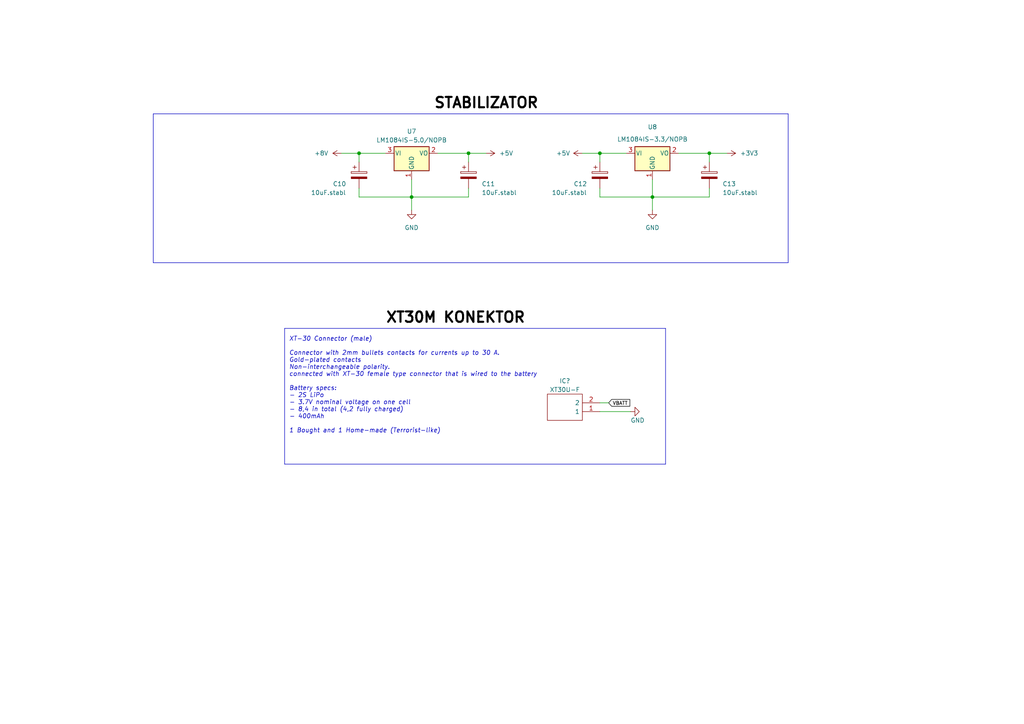
<source format=kicad_sch>
(kicad_sch (version 20230121) (generator eeschema)
  (paper "A4")
  (title_block (title "SUMEC SMD") (company "SPŠ NA PROSEKU"))
  (lib_symbols
    (symbol "Device:C_Polarized" (pin_numbers hide) (pin_names (offset 0.254))
      (property "Reference" "C" (at 0.635 2.54 0))
      (property "Value" "C_Polarized" (at 0.635 -2.54 0))
      (symbol "C_Polarized_0_1"
        (rectangle (start -2.286 0.508) (end 2.286 1.016))
        (polyline (pts (xy -1.778 2.286) (xy -0.762 2.286)))
        (polyline (pts (xy -1.27 2.794) (xy -1.27 1.778)))
        (rectangle (start 2.286 -0.508) (end -2.286 -1.016) (fill (type outline)))
      )
      (symbol "C_Polarized_1_1"
        (pin passive line (at 0 3.81 270) (length 2.794) (name "~") (number "1"))
        (pin passive line (at 0 -3.81 90) (length 2.794) (name "~") (number "2"))
      )
    )
    (symbol "Regulator_Linear:LM1084-3.3" (pin_names (offset 0.254))
      (property "Reference" "U" (at -3.81 3.175 0))
      (property "Value" "LM1084-3.3" (at 0 3.175 0))
      (symbol "LM1084-3.3_0_1"
        (rectangle (start -5.08 1.905) (end 5.08 -5.08) (stroke (width 0.254)) (fill (type background)))
      )
      (symbol "LM1084-3.3_1_1"
        (pin power_in line (at 0 -7.62 90) (length 2.54) (name "GND") (number "1"))
        (pin power_out line (at 7.62 0 180) (length 2.54) (name "VO") (number "2"))
        (pin power_in line (at -7.62 0 0) (length 2.54) (name "VI") (number "3"))
      )
    )
    (symbol "SamacSys_Parts:XT30U-M" (pin_names (offset 0.762))
      (property "Reference" "IC" (at 16.51 7.62 0))
      (property "Value" "XT30U-M" (at 16.51 5.08 0))
      (symbol "XT30U-M_0_0"
        (pin passive line (at 0 0 0) (length 5.08) (name "1") (number "1"))
        (pin passive line (at 0 -2.54 0) (length 5.08) (name "2") (number "2"))
      )
      (symbol "XT30U-M_0_1"
        (polyline (pts (xy 5.08 2.54) (xy 15.24 2.54) (xy 15.24 -5.08) (xy 5.08 -5.08) (xy 5.08 2.54)) (stroke (width 0.1524)))
      )
    )
    (symbol "power:+3V3" (power) (pin_names (offset 0))
      (property "Value" "+3V3" (at 0 3.556 0))
      (symbol "+3V3_0_1"
        (polyline (pts (xy -0.762 1.27) (xy 0 2.54)))
        (polyline (pts (xy 0 0) (xy 0 2.54)))
        (polyline (pts (xy 0 2.54) (xy 0.762 1.27)))
      )
      (symbol "+3V3_1_1"
        (pin power_in line (at 0 0 90) (length 0) hide (name "+3V3") (number "1"))
      )
    )
    (symbol "power:+5V" (power) (pin_names (offset 0))
      (property "Value" "+5V" (at 0 3.556 0))
      (symbol "+5V_0_1"
        (polyline (pts (xy -0.762 1.27) (xy 0 2.54)))
        (polyline (pts (xy 0 0) (xy 0 2.54)))
        (polyline (pts (xy 0 2.54) (xy 0.762 1.27)))
      )
      (symbol "+5V_1_1"
        (pin power_in line (at 0 0 90) (length 0) hide (name "+5V") (number "1"))
      )
    )
    (symbol "power:+8V" (power) (pin_names (offset 0))
      (property "Value" "+8V" (at 0 3.556 0))
      (symbol "+8V_0_1"
        (polyline (pts (xy -0.762 1.27) (xy 0 2.54)))
        (polyline (pts (xy 0 0) (xy 0 2.54)))
        (polyline (pts (xy 0 2.54) (xy 0.762 1.27)))
      )
      (symbol "+8V_1_1"
        (pin power_in line (at 0 0 90) (length 0) hide (name "+8V") (number "1"))
      )
    )
    (symbol "power:GND" (power) (pin_names (offset 0))
      (property "Value" "GND" (at 0 -3.81 0))
      (symbol "GND_0_1"
        (polyline (pts (xy 0 0) (xy 0 -1.27) (xy 1.27 -1.27) (xy 0 -2.54) (xy -1.27 -1.27) (xy 0 -1.27)))
      )
      (symbol "GND_1_1"
        (pin power_in line (at 0 0 270) (length 0) hide (name "GND") (number "1"))
      )
    )
  )
  (junction (at 173.99 44.45))
  (junction (at 205.74 44.45))
  (junction (at 189.23 57.15))
  (junction (at 104.14 44.45))
  (junction (at 119.38 57.15))
  (junction (at 135.89 44.45))
  (wire (pts (xy 104.14 57.15) (xy 119.38 57.15)))
  (wire (pts (xy 205.74 44.45) (xy 205.74 46.99)))
  (polyline (pts (xy 44.45 33.02) (xy 44.45 76.2)))
  (wire (pts (xy 135.89 54.61) (xy 135.89 57.15)))
  (polyline (pts (xy 44.45 76.2) (xy 144.78 76.2)))
  (polyline (pts (xy 144.78 76.2) (xy 228.6 76.2)))
  (wire (pts (xy 135.89 57.15) (xy 119.38 57.15)))
  (wire (pts (xy 189.23 57.15) (xy 205.74 57.15)))
  (wire (pts (xy 210.82 44.45) (xy 205.74 44.45)))
  (wire (pts (xy 173.99 116.84) (xy 176.53 116.84)))
  (polyline (pts (xy 193.04 134.62) (xy 193.04 95.25)))
  (wire (pts (xy 173.99 46.99) (xy 173.99 44.45)))
  (wire (pts (xy 196.85 44.45) (xy 205.74 44.45)))
  (polyline (pts (xy 228.6 33.02) (xy 44.45 33.02)))
  (polyline (pts (xy 82.55 95.25) (xy 82.55 134.62)))
  (wire (pts (xy 173.99 57.15) (xy 189.23 57.15)))
  (wire (pts (xy 140.97 44.45) (xy 135.89 44.45)))
  (wire (pts (xy 205.74 57.15) (xy 205.74 54.61)))
  (wire (pts (xy 189.23 52.07) (xy 189.23 57.15)))
  (wire (pts (xy 104.14 44.45) (xy 111.76 44.45)))
  (wire (pts (xy 173.99 54.61) (xy 173.99 57.15)))
  (wire (pts (xy 119.38 52.07) (xy 119.38 57.15)))
  (polyline (pts (xy 228.6 33.02) (xy 228.6 76.2)))
  (wire (pts (xy 173.99 44.45) (xy 181.61 44.45)))
  (wire (pts (xy 119.38 57.15) (xy 119.38 60.96)))
  (polyline (pts (xy 82.55 95.25) (xy 193.04 95.25)))
  (wire (pts (xy 127 44.45) (xy 135.89 44.45)))
  (wire (pts (xy 99.06 44.45) (xy 104.14 44.45)))
  (wire (pts (xy 168.91 44.45) (xy 173.99 44.45)))
  (wire (pts (xy 104.14 44.45) (xy 104.14 46.99)))
  (wire (pts (xy 135.89 46.99) (xy 135.89 44.45)))
  (wire (pts (xy 189.23 57.15) (xy 189.23 60.96)))
  (wire (pts (xy 173.99 119.38) (xy 182.88 119.38)))
  (wire (pts (xy 104.14 54.61) (xy 104.14 57.15)))
  (polyline (pts (xy 82.55 134.62) (xy 193.04 134.62)))
  (text "XT-30 Connector (male)\n\nConnector with 2mm bullets contacts for currents up to 30 A.\nGold-plated contacts\nNon-interchangeable polarity.\nconnected with XT-30 female type connector that is wired to the battery\n\nBattery specs:\n- 2S LiPo\n- 3.7V nominal voltage on one cell\n- 8,4 in total (4,2 fully charged)\n- 400mAh \n\n1 Bought and 1 Home-made (Terrorist-like)" (at 83.82 125.73 0) (effects (font (size 1.27 1.27) italic) (justify left bottom)))
  (text "STABILIZATOR" (at 125.73 31.75 0) (effects (font (size 3 3) bold) (justify left bottom)))
  (text "XT30M KONEKTOR" (at 111.76 93.98 0) (effects (font (size 3 3) bold) (justify left bottom)))
  (global_label "VBATT" (shape input) (at 176.53 116.84 0) (effects (font (size 1 1))) (property "Intersheetrefs" "${INTERSHEET_REFS}" (effects hide)))
  (symbol (lib_id "power:+8V") (at 99.06 44.45 90) (unit 1)
    (property "Reference" "#PWR042" (effects hide))
    (property "Value" "+8V" (at 95.25 44.45 90) (effects (justify left)))
  )
  (symbol (lib_id "power:+5V") (at 140.97 44.45 270) (unit 1)
    (property "Reference" "#PWR044" (effects hide))
    (property "Value" "+5V" (at 144.78 44.45 90) (effects (justify left)))
  )
  (symbol (lib_id "Device:C_Polarized") (at 135.89 50.8 0) (unit 1)
    (property "Reference" "C11" (at 139.7 53.34 0) (effects (justify left)))
    (property "Value" "10uF.stabl" (at 139.7 55.88 0) (effects (justify left)))
  )
  (symbol (lib_id "power:GND") (at 189.23 60.96 0) (unit 1)
    (property "Reference" "#PWR?" (effects hide))
    (property "Value" "GND" (at 189.23 66.04 0))
    (instances (project "sumec" (path "" (reference "#PWR?") (unit 1)) (path "" (reference "#PWR047") (unit 1))))
  )
  (symbol (lib_id "Regulator_Linear:LM1084-3.3") (at 119.38 44.45 0) (unit 1)
    (property "Reference" "U7" (at 119.38 38.1 0))
    (property "Value" "LM1084IS-5.0/NOPB" (at 119.38 40.64 0))
    (property "Footprint" "Package_TO_SOT_SMD:TO-263-3_TabPin4" (effects hide))
    (property "Datasheet" "http://www.ti.com/lit/ds/symlink/lm1084.pdf" (effects hide))
  )
  (symbol (lib_id "Device:C_Polarized") (at 173.99 50.8 0) (unit 1)
    (property "Reference" "C12" (at 166.37 53.34 0) (effects (justify left)))
    (property "Value" "10uF.stabl" (at 160.02 55.88 0) (effects (justify left)))
  )
  (symbol (lib_id "power:+3V3") (at 210.82 44.45 270) (unit 1)
    (property "Reference" "#PWR?" (effects hide))
    (property "Value" "+3V3" (at 214.63 44.45 90) (effects (justify left)))
    (instances (project "sumec" (path "" (reference "#PWR?") (unit 1)) (path "" (reference "#PWR048") (unit 1))))
  )
  (symbol (lib_id "Device:C_Polarized") (at 205.74 50.8 0) (unit 1)
    (property "Reference" "C13" (at 209.55 53.34 0) (effects (justify left)))
    (property "Value" "10uF.stabl" (at 209.55 55.88 0) (effects (justify left)))
  )
  (symbol (lib_id "power:+5V") (at 168.91 44.45 90) (unit 1)
    (property "Reference" "#PWR046" (effects hide))
    (property "Value" "+5V" (at 161.29 44.45 90) (effects (justify right)))
  )
  (symbol (lib_id "SamacSys_Parts:XT30U-M") (at 173.99 119.38 180) (unit 1)
    (property "Reference" "IC?" (at 163.83 110.49 0))
    (property "Value" "XT30U-F" (at 163.83 113.03 0))
    (property "Footprint" "sumec_library:AMASS_XT30U-M_1x02_P5.0mm_Vertical" (effects hide))
    (property "Datasheet" "https://www.tme.eu/Document/3cbfa5cfa544d79584972dd5234a409e/XT30U%20SPEC.pdf" (effects hide))
    (property "Description" "Plug; DC supply; XT30; male; PIN: 2; for cable; soldering; 15A; 500V" (effects hide))
    (property "Height" "10.7" (effects hide))
    (property "Manufacturer_Name" "Amass" (effects hide))
    (property "Manufacturer_Part_Number" "XT30U-M" (effects hide))
    (property "LCSC" "C99101" (effects hide))
    (instances (project "sumec" (path "" (reference "IC?") (unit 1)) (path "" (reference "IC1") (unit 1))))
  )
  (symbol (lib_id "power:GND") (at 182.88 119.38 90) (unit 1)
    (property "Reference" "#PWR?" (effects hide))
    (property "Value" "GND" (at 182.88 121.92 90) (effects (justify right)))
    (instances (project "sumec" (path "" (reference "#PWR?") (unit 1)) (path "" (reference "#PWR045") (unit 1))))
  )
  (symbol (lib_id "Device:C_Polarized") (at 104.14 50.8 0) (unit 1)
    (property "Reference" "C10" (at 96.52 53.34 0) (effects (justify left)))
    (property "Value" "10uF.stabl" (at 90.17 55.88 0) (effects (justify left)))
  )
  (symbol (lib_id "power:GND") (at 119.38 60.96 0) (unit 1)
    (property "Reference" "#PWR?" (effects hide))
    (property "Value" "GND" (at 119.38 66.04 0))
    (instances (project "sumec" (path "" (reference "#PWR?") (unit 1)) (path "" (reference "#PWR043") (unit 1))))
  )
  (symbol (lib_id "Regulator_Linear:LM1084-3.3") (at 189.23 44.45 0) (unit 1)
    (property "Reference" "U8" (at 189.23 36.83 0))
    (property "Value" "\nLM1084IS-3.3/NOPB" (at 189.23 39.37 0))
    (property "Footprint" "Package_TO_SOT_SMD:TO-263-3_TabPin4" (effects hide))
    (property "Datasheet" "http://www.ti.com/lit/ds/symlink/lm1084.pdf" (effects hide))
  )
)
</source>
